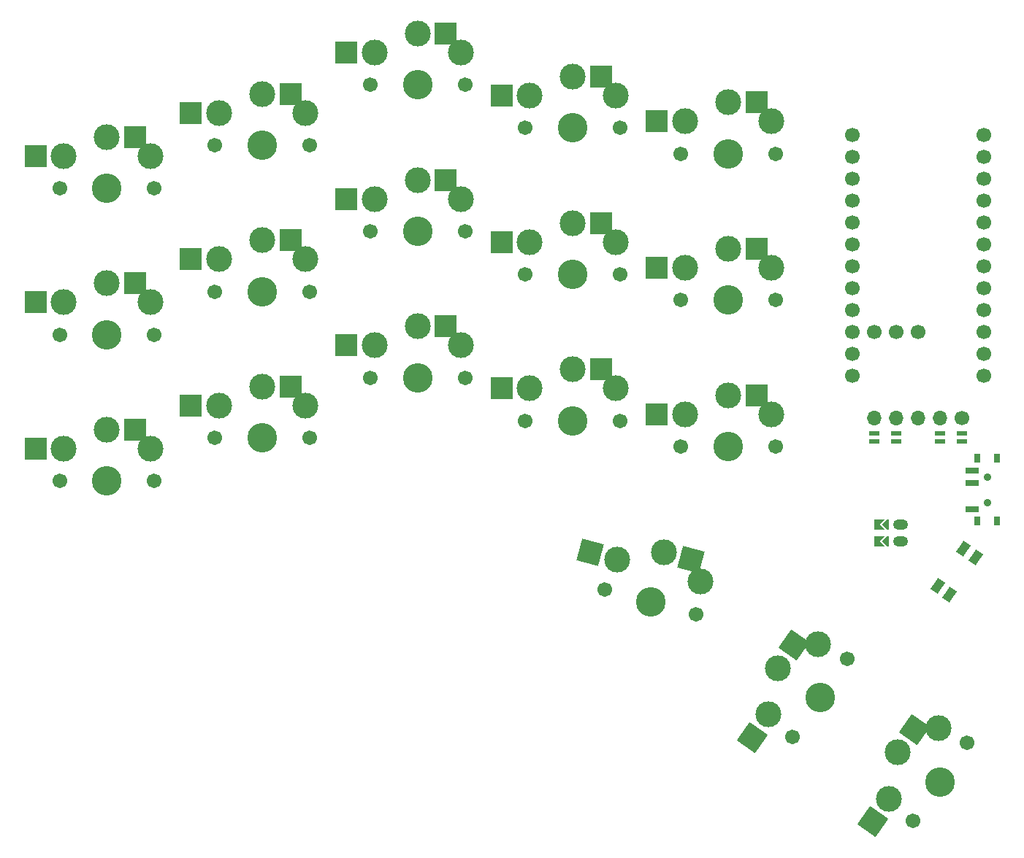
<source format=gbr>
%TF.GenerationSoftware,KiCad,Pcbnew,9.0.0*%
%TF.CreationDate,2025-03-13T17:07:21-04:00*%
%TF.ProjectId,Tenebra,54656e65-6272-4612-9e6b-696361645f70,v1.0.0*%
%TF.SameCoordinates,Original*%
%TF.FileFunction,Soldermask,Top*%
%TF.FilePolarity,Negative*%
%FSLAX46Y46*%
G04 Gerber Fmt 4.6, Leading zero omitted, Abs format (unit mm)*
G04 Created by KiCad (PCBNEW 9.0.0) date 2025-03-13 17:07:21*
%MOMM*%
%LPD*%
G01*
G04 APERTURE LIST*
G04 Aperture macros list*
%AMRotRect*
0 Rectangle, with rotation*
0 The origin of the aperture is its center*
0 $1 length*
0 $2 width*
0 $3 Rotation angle, in degrees counterclockwise*
0 Add horizontal line*
21,1,$1,$2,0,0,$3*%
%AMFreePoly0*
4,1,6,0.600000,-1.000000,0.000000,-0.400000,-0.600000,-1.000000,-0.600000,0.250000,0.600000,0.250000,0.600000,-1.000000,0.600000,-1.000000,$1*%
%AMFreePoly1*
4,1,6,0.600000,-0.200000,0.600000,-0.400000,-0.600000,-0.400000,-0.600000,-0.200000,0.000000,0.400000,0.600000,-0.200000,0.600000,-0.200000,$1*%
G04 Aperture macros list end*
%ADD10C,1.701800*%
%ADD11C,3.000000*%
%ADD12C,3.429000*%
%ADD13R,2.600000X2.600000*%
%ADD14C,1.700000*%
%ADD15RotRect,2.600000X2.600000X55.000000*%
%ADD16FreePoly0,90.000000*%
%ADD17O,1.750000X1.200000*%
%ADD18FreePoly1,90.000000*%
%ADD19RotRect,1.550000X1.000000X55.000000*%
%ADD20R,0.800000X1.000000*%
%ADD21C,0.900000*%
%ADD22R,1.500000X0.700000*%
%ADD23O,1.700000X1.700000*%
%ADD24R,1.200000X0.600000*%
%ADD25RotRect,2.600000X2.600000X345.000000*%
G04 APERTURE END LIST*
D10*
%TO.C,S9*%
X130500000Y-54000000D03*
D11*
X131000000Y-50250000D03*
X136000000Y-48050000D03*
X136000000Y-48050000D03*
D12*
X136000000Y-54000000D03*
D11*
X141000000Y-50250000D03*
D10*
X141500000Y-54000000D03*
D13*
X139275000Y-48050000D03*
X127725000Y-50250000D03*
%TD*%
D14*
%TO.C,MCU1*%
X201620000Y-59800000D03*
X201620000Y-62340000D03*
X201620000Y-64880000D03*
X201620000Y-67420000D03*
X201620000Y-69960000D03*
X201620000Y-72500000D03*
X201620000Y-75040000D03*
X201620000Y-77580000D03*
X201620000Y-80120000D03*
X201620000Y-82660000D03*
X201620000Y-85200000D03*
X201620000Y-87740000D03*
X186380000Y-87740000D03*
X186380000Y-85200000D03*
X186380000Y-82660000D03*
X186380000Y-80120000D03*
X186380000Y-77580000D03*
X186380000Y-75040000D03*
X186380000Y-72500000D03*
X186380000Y-69960000D03*
X186380000Y-67420000D03*
X186380000Y-64880000D03*
X186380000Y-62340000D03*
X186380000Y-59800000D03*
X188920000Y-82660000D03*
X191460000Y-82660000D03*
X194000000Y-82660000D03*
%TD*%
D10*
%TO.C,S17*%
X179483634Y-129652489D03*
D11*
X176698602Y-127092002D03*
X177764349Y-121734373D03*
X177764349Y-121734373D03*
D12*
X182638304Y-125147153D03*
D11*
X182434366Y-118900481D03*
D10*
X185792974Y-120641817D03*
D15*
X179642812Y-119051650D03*
X174820139Y-129774725D03*
%TD*%
D16*
%TO.C,JST1*%
X189184000Y-105000000D03*
X189184000Y-107000000D03*
D17*
X192000000Y-105000000D03*
X192000000Y-107000000D03*
D18*
X190200000Y-105000000D03*
X190200000Y-107000000D03*
%TD*%
D19*
%TO.C,RST1*%
X197690641Y-113137814D03*
X196298083Y-112162734D03*
X200701917Y-108837266D03*
X199309359Y-107862186D03*
%TD*%
D10*
%TO.C,S4*%
X112500000Y-95000000D03*
D11*
X113000000Y-91250000D03*
X118000000Y-89050000D03*
X118000000Y-89050000D03*
D12*
X118000000Y-95000000D03*
D11*
X123000000Y-91250000D03*
D10*
X123500000Y-95000000D03*
D13*
X121275000Y-89050000D03*
X109725000Y-91250000D03*
%TD*%
D10*
%TO.C,S12*%
X148500000Y-59000000D03*
D11*
X149000000Y-55250000D03*
X154000000Y-53050000D03*
X154000000Y-53050000D03*
D12*
X154000000Y-59000000D03*
D11*
X159000000Y-55250000D03*
D10*
X159500000Y-59000000D03*
D13*
X157275000Y-53050000D03*
X145725000Y-55250000D03*
%TD*%
D10*
%TO.C,S1*%
X94500000Y-100000000D03*
D11*
X95000000Y-96250000D03*
X100000000Y-94050000D03*
X100000000Y-94050000D03*
D12*
X100000000Y-100000000D03*
D11*
X105000000Y-96250000D03*
D10*
X105500000Y-100000000D03*
D13*
X103275000Y-94050000D03*
X91725000Y-96250000D03*
%TD*%
D10*
%TO.C,S15*%
X166500000Y-62000000D03*
D11*
X167000000Y-58250000D03*
X172000000Y-56050000D03*
X172000000Y-56050000D03*
D12*
X172000000Y-62000000D03*
D11*
X177000000Y-58250000D03*
D10*
X177500000Y-62000000D03*
D13*
X175275000Y-56050000D03*
X163725000Y-58250000D03*
%TD*%
D10*
%TO.C,S6*%
X112500000Y-61000000D03*
D11*
X113000000Y-57250000D03*
X118000000Y-55050000D03*
X118000000Y-55050000D03*
D12*
X118000000Y-61000000D03*
D11*
X123000000Y-57250000D03*
D10*
X123500000Y-61000000D03*
D13*
X121275000Y-55050000D03*
X109725000Y-57250000D03*
%TD*%
D10*
%TO.C,S14*%
X166500000Y-79000000D03*
D11*
X167000000Y-75250000D03*
X172000000Y-73050000D03*
X172000000Y-73050000D03*
D12*
X172000000Y-79000000D03*
D11*
X177000000Y-75250000D03*
D10*
X177500000Y-79000000D03*
D13*
X175275000Y-73050000D03*
X163725000Y-75250000D03*
%TD*%
D10*
%TO.C,S10*%
X148500000Y-93000000D03*
D11*
X149000000Y-89250000D03*
X154000000Y-87050000D03*
X154000000Y-87050000D03*
D12*
X154000000Y-93000000D03*
D11*
X159000000Y-89250000D03*
D10*
X159500000Y-93000000D03*
D13*
X157275000Y-87050000D03*
X145725000Y-89250000D03*
%TD*%
D10*
%TO.C,S8*%
X130500000Y-71000000D03*
D11*
X131000000Y-67250000D03*
X136000000Y-65050000D03*
X136000000Y-65050000D03*
D12*
X136000000Y-71000000D03*
D11*
X141000000Y-67250000D03*
D10*
X141500000Y-71000000D03*
D13*
X139275000Y-65050000D03*
X127725000Y-67250000D03*
%TD*%
D10*
%TO.C,S11*%
X148500000Y-76000000D03*
D11*
X149000000Y-72250000D03*
X154000000Y-70050000D03*
X154000000Y-70050000D03*
D12*
X154000000Y-76000000D03*
D11*
X159000000Y-72250000D03*
D10*
X159500000Y-76000000D03*
D13*
X157275000Y-70050000D03*
X145725000Y-72250000D03*
%TD*%
D10*
%TO.C,S13*%
X166500000Y-96000000D03*
D11*
X167000000Y-92250000D03*
X172000000Y-90050000D03*
X172000000Y-90050000D03*
D12*
X172000000Y-96000000D03*
D11*
X177000000Y-92250000D03*
D10*
X177500000Y-96000000D03*
D13*
X175275000Y-90050000D03*
X163725000Y-92250000D03*
%TD*%
D10*
%TO.C,S2*%
X94500000Y-83000000D03*
D11*
X95000000Y-79250000D03*
X100000000Y-77050000D03*
X100000000Y-77050000D03*
D12*
X100000000Y-83000000D03*
D11*
X105000000Y-79250000D03*
D10*
X105500000Y-83000000D03*
D13*
X103275000Y-77050000D03*
X91725000Y-79250000D03*
%TD*%
D10*
%TO.C,S7*%
X130500000Y-88000000D03*
D11*
X131000000Y-84250000D03*
X136000000Y-82050000D03*
X136000000Y-82050000D03*
D12*
X136000000Y-88000000D03*
D11*
X141000000Y-84250000D03*
D10*
X141500000Y-88000000D03*
D13*
X139275000Y-82050000D03*
X127725000Y-84250000D03*
%TD*%
D10*
%TO.C,S3*%
X94500000Y-66000000D03*
D11*
X95000000Y-62250000D03*
X100000000Y-60050000D03*
X100000000Y-60050000D03*
D12*
X100000000Y-66000000D03*
D11*
X105000000Y-62250000D03*
D10*
X105500000Y-66000000D03*
D13*
X103275000Y-60050000D03*
X91725000Y-62250000D03*
%TD*%
D10*
%TO.C,S18*%
X193409219Y-139403288D03*
D11*
X190624187Y-136842801D03*
X191689934Y-131485172D03*
X191689934Y-131485172D03*
D12*
X196563889Y-134897952D03*
D11*
X196359951Y-128651280D03*
D10*
X199718559Y-130392616D03*
D15*
X193568397Y-128802449D03*
X188745724Y-139525524D03*
%TD*%
D20*
%TO.C,PWR1*%
X200915000Y-97350000D03*
X200915000Y-104650000D03*
D21*
X202025000Y-99500000D03*
X202025000Y-102500000D03*
D20*
X203125000Y-97350000D03*
X203125000Y-104650000D03*
D22*
X200265000Y-103250000D03*
X200265000Y-100250000D03*
X200265000Y-98750000D03*
%TD*%
D10*
%TO.C,S5*%
X112500000Y-78000000D03*
D11*
X113000000Y-74250000D03*
X118000000Y-72050000D03*
X118000000Y-72050000D03*
D12*
X118000000Y-78000000D03*
D11*
X123000000Y-74250000D03*
D10*
X123500000Y-78000000D03*
D13*
X121275000Y-72050000D03*
X109725000Y-74250000D03*
%TD*%
D23*
%TO.C,DISP1*%
X188920000Y-92700000D03*
X191460000Y-92700000D03*
X194000000Y-92700000D03*
X196540000Y-92700000D03*
D14*
X199080000Y-92700000D03*
D24*
X188920000Y-95350000D03*
X191460000Y-95350000D03*
X196540000Y-95350000D03*
X199080000Y-95350000D03*
X188920000Y-94450000D03*
X191460000Y-94450000D03*
X196540000Y-94450000D03*
X199080000Y-94450000D03*
%TD*%
D10*
%TO.C,S16*%
X157687408Y-112576495D03*
D11*
X159140942Y-109083683D03*
X164539973Y-108252741D03*
X164539973Y-108252741D03*
D12*
X163000000Y-114000000D03*
D11*
X168800201Y-111671873D03*
D10*
X168312592Y-115423505D03*
D25*
X167703380Y-109100374D03*
X155977535Y-108236051D03*
%TD*%
M02*

</source>
